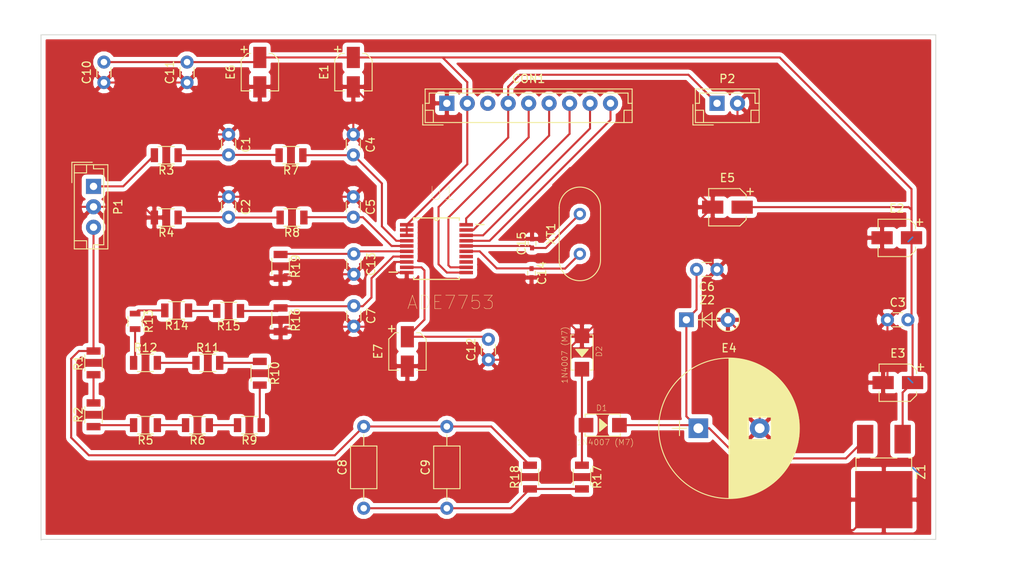
<source format=kicad_pcb>
(kicad_pcb (version 4) (host pcbnew 4.0.7-e2-6376~58~ubuntu16.04.1)
  (layers (0 F.Cu signal) (31 B.Cu signal) (34 B.Paste user) (35 F.Paste user) (36 B.SilkS user) (37 F.SilkS user) (38 B.Mask user) (39 F.Mask user) (44 Edge.Cuts user))
  (net 0 "")
  (net 1 GND)
  (net 2 "Net-(C1-Pad2)")
  (net 3 "Net-(C2-Pad2)")
  (net 4 VCC)
  (net 5 V1P)
  (net 6 V1N)
  (net 7 "Net-(C6-Pad2)")
  (net 8 V2P)
  (net 9 "Net-(C8-Pad1)")
  (net 10 LIN)
  (net 11 "Net-(C12-Pad2)")
  (net 12 "Net-(C13-Pad1)")
  (net 13 "Net-(C14-Pad1)")
  (net 14 "Net-(C15-Pad1)")
  (net 15 PWCHK)
  (net 16 CF)
  (net 17 ZERO)
  (net 18 DIN)
  (net 19 DOUT)
  (net 20 SCLK)
  (net 21 ~CS)
  (net 22 NOUT)
  (net 23 "Net-(R1-Pad1)")
  (net 24 "Net-(R2-Pad1)")
  (net 25 "Net-(R5-Pad1)")
  (net 26 "Net-(R6-Pad1)")
  (net 27 "Net-(R10-Pad2)")
  (net 28 "Net-(R10-Pad1)")
  (net 29 "Net-(R11-Pad1)")
  (net 30 "Net-(R12-Pad1)")
  (net 31 "Net-(R13-Pad1)")
  (net 32 "Net-(R14-Pad1)")
  (net 33 "Net-(U1-Pad13)")
  (net 34 "Net-(U1-Pad14)")
  (net 35 "Net-(D1-Pad+)")
  (module Capacitors_THT:C_Disc_D3.0mm_W1.6mm_P2.50mm (layer F.Cu) (at 114.3 49.53 270)
    (fp_text reference C1 (at 1.25 -2.11 270) (layer F.SilkS))
    (fp_text value 33n)
    (pad 1 thru_hole circle (at 0 0 270) (size 1.6 1.6) (drill 0.8) (layers *.Mask F.Cu) (net 1 GND))
    (pad 2 thru_hole circle (at 2.5 0 270) (size 1.6 1.6) (drill 0.8) (layers *.Mask F.Cu) (net 2 "Net-(C1-Pad2)"))
  )
  (module Capacitors_THT:C_Disc_D3.0mm_W1.6mm_P2.50mm (layer F.Cu) (at 114.3 57.15 270)
    (fp_text reference C2 (at 1.25 -2.11 270) (layer F.SilkS))
    (fp_text value 33n)
    (pad 1 thru_hole circle (at 0 0 270) (size 1.6 1.6) (drill 0.8) (layers *.Mask F.Cu) (net 1 GND))
    (pad 2 thru_hole circle (at 2.5 0 270) (size 1.6 1.6) (drill 0.8) (layers *.Mask F.Cu) (net 3 "Net-(C2-Pad2)"))
  )
  (module Capacitors_THT:C_Disc_D3.0mm_W1.6mm_P2.50mm (layer F.Cu) (at 194.818 72.1995)
    (fp_text reference C3 (at 1.25 -2.11) (layer F.SilkS))
    (fp_text value 33n)
    (pad 1 thru_hole circle (at 0 0) (size 1.6 1.6) (drill 0.8) (layers *.Mask F.Cu) (net 1 GND))
    (pad 2 thru_hole circle (at 2.5 0) (size 1.6 1.6) (drill 0.8) (layers *.Mask F.Cu) (net 4 VCC))
  )
  (module Capacitors_THT:C_Disc_D3.0mm_W1.6mm_P2.50mm (layer F.Cu) (at 129.54 49.53 270)
    (fp_text reference C4 (at 1.25 -2.11 270) (layer F.SilkS))
    (fp_text value 33n)
    (pad 1 thru_hole circle (at 0 0 270) (size 1.6 1.6) (drill 0.8) (layers *.Mask F.Cu) (net 1 GND))
    (pad 2 thru_hole circle (at 2.5 0 270) (size 1.6 1.6) (drill 0.8) (layers *.Mask F.Cu) (net 5 V1P))
  )
  (module Capacitors_THT:C_Disc_D3.0mm_W1.6mm_P2.50mm (layer F.Cu) (at 129.54 57.15 270)
    (fp_text reference C5 (at 1.25 -2.11 270) (layer F.SilkS))
    (fp_text value 33n)
    (pad 1 thru_hole circle (at 0 0 270) (size 1.6 1.6) (drill 0.8) (layers *.Mask F.Cu) (net 1 GND))
    (pad 2 thru_hole circle (at 2.5 0 270) (size 1.6 1.6) (drill 0.8) (layers *.Mask F.Cu) (net 6 V1N))
  )
  (module Capacitors_THT:C_Disc_D3.0mm_W1.6mm_P2.50mm (layer F.Cu) (at 173.99 66.04 180)
    (fp_text reference C6 (at 1.25 -2.11 180) (layer F.SilkS))
    (fp_text value 33n)
    (pad 1 thru_hole circle (at 0 0 180) (size 1.6 1.6) (drill 0.8) (layers *.Mask F.Cu) (net 1 GND))
    (pad 2 thru_hole circle (at 2.5 0 180) (size 1.6 1.6) (drill 0.8) (layers *.Mask F.Cu) (net 7 "Net-(C6-Pad2)"))
  )
  (module Capacitors_THT:C_Disc_D3.0mm_W1.6mm_P2.50mm (layer F.Cu) (at 129.6035 70.485 270)
    (fp_text reference C7 (at 1.25 -2.11 270) (layer F.SilkS))
    (fp_text value 33n)
    (pad 1 thru_hole circle (at 0 0 270) (size 1.6 1.6) (drill 0.8) (layers *.Mask F.Cu) (net 8 V2P))
    (pad 2 thru_hole circle (at 2.5 0 270) (size 1.6 1.6) (drill 0.8) (layers *.Mask F.Cu) (net 1 GND))
  )
  (module Capacitors_THT:C_Axial_L5.1mm_D3.1mm_P10.00mm_Horizontal (layer F.Cu) (at 130.81 95.25 90)
    (fp_text reference C8 (at 5 -2.61 90) (layer F.SilkS))
    (fp_text value 4.74uF)
    (pad 1 thru_hole circle (at 0 0 90) (size 1.6 1.6) (drill 0.8) (layers *.Mask F.Cu) (net 9 "Net-(C8-Pad1)"))
    (pad 2 thru_hole oval (at 10 0 90) (size 1.6 1.6) (drill 0.8) (layers *.Mask F.Cu) (net 10 LIN))
  )
  (module Capacitors_THT:C_Axial_L5.1mm_D3.1mm_P10.00mm_Horizontal (layer F.Cu) (at 140.97 95.25 90)
    (fp_text reference C9 (at 5 -2.61 90) (layer F.SilkS))
    (fp_text value 4.74uF)
    (pad 1 thru_hole circle (at 0 0 90) (size 1.6 1.6) (drill 0.8) (layers *.Mask F.Cu) (net 9 "Net-(C8-Pad1)"))
    (pad 2 thru_hole oval (at 10 0 90) (size 1.6 1.6) (drill 0.8) (layers *.Mask F.Cu) (net 10 LIN))
  )
  (module Capacitors_THT:C_Disc_D3.0mm_W1.6mm_P2.50mm (layer F.Cu) (at 99.06 43.18 90)
    (fp_text reference C10 (at 1.25 -2.11 90) (layer F.SilkS))
    (fp_text value 100n)
    (pad 1 thru_hole circle (at 0 0 90) (size 1.6 1.6) (drill 0.8) (layers *.Mask F.Cu) (net 1 GND))
    (pad 2 thru_hole circle (at 2.5 0 90) (size 1.6 1.6) (drill 0.8) (layers *.Mask F.Cu) (net 4 VCC))
  )
  (module Capacitors_THT:C_Disc_D3.0mm_W1.6mm_P2.50mm (layer F.Cu) (at 109.22 43.18 90)
    (fp_text reference C11 (at 1.25 -2.11 90) (layer F.SilkS))
    (fp_text value 100n)
    (pad 1 thru_hole circle (at 0 0 90) (size 1.6 1.6) (drill 0.8) (layers *.Mask F.Cu) (net 1 GND))
    (pad 2 thru_hole circle (at 2.5 0 90) (size 1.6 1.6) (drill 0.8) (layers *.Mask F.Cu) (net 4 VCC))
  )
  (module Capacitors_THT:C_Disc_D3.0mm_W1.6mm_P2.50mm (layer F.Cu) (at 146.05 77.089 90)
    (fp_text reference C12 (at 1.25 -2.11 90) (layer F.SilkS))
    (fp_text value 100n)
    (pad 1 thru_hole circle (at 0 0 90) (size 1.6 1.6) (drill 0.8) (layers *.Mask F.Cu) (net 1 GND))
    (pad 2 thru_hole circle (at 2.5 0 90) (size 1.6 1.6) (drill 0.8) (layers *.Mask F.Cu) (net 11 "Net-(C12-Pad2)"))
  )
  (module Capacitors_THT:C_Disc_D3.0mm_W1.6mm_P2.50mm (layer F.Cu) (at 129.6035 64.135 270)
    (fp_text reference C13 (at 1.25 -2.11 270) (layer F.SilkS))
    (fp_text value 33n)
    (pad 1 thru_hole circle (at 0 0 270) (size 1.6 1.6) (drill 0.8) (layers *.Mask F.Cu) (net 12 "Net-(C13-Pad1)"))
    (pad 2 thru_hole circle (at 2.5 0 270) (size 1.6 1.6) (drill 0.8) (layers *.Mask F.Cu) (net 1 GND))
  )
  (module Capacitors_SMD:C_0402 (layer F.Cu) (at 151.3205 66.4845 270)
    (fp_text reference C14 (at 0 -1.27 270) (layer F.SilkS))
    (fp_text value 22p)
    (pad 1 smd rect (at -0.55 0 270) (size 0.6 0.5) (layers F.Cu F.Paste F.Mask) (net 13 "Net-(C14-Pad1)"))
    (pad 2 smd rect (at 0.55 0 270) (size 0.6 0.5) (layers F.Cu F.Paste F.Mask) (net 1 GND))
  )
  (module Capacitors_SMD:C_0402 (layer F.Cu) (at 151.384 62.865 90)
    (fp_text reference C15 (at 0 -1.27 90) (layer F.SilkS))
    (fp_text value 22p)
    (pad 1 smd rect (at -0.55 0 90) (size 0.6 0.5) (layers F.Cu F.Paste F.Mask) (net 14 "Net-(C15-Pad1)"))
    (pad 2 smd rect (at 0.55 0 90) (size 0.6 0.5) (layers F.Cu F.Paste F.Mask) (net 1 GND))
  )
  (module Connectors_JST:JST_EH_B09B-EH-A_09x2.50mm_Straight (layer F.Cu) (at 140.97 45.72)
    (fp_text reference CON1 (at 10 -3) (layer F.SilkS))
    (fp_text value CONN_01X09)
    (pad 1 thru_hole rect (at 0 0) (size 1.85 1.85) (drill 0.9) (layers *.Mask F.Cu) (net 1 GND))
    (pad 2 thru_hole circle (at 2.5 0) (size 1.85 1.85) (drill 0.9) (layers *.Mask F.Cu) (net 4 VCC))
    (pad 3 thru_hole circle (at 5 0) (size 1.85 1.85) (drill 0.9) (layers *.Mask F.Cu) (net 15 PWCHK))
    (pad 4 thru_hole circle (at 7.5 0) (size 1.85 1.85) (drill 0.9) (layers *.Mask F.Cu) (net 16 CF))
    (pad 5 thru_hole circle (at 10 0) (size 1.85 1.85) (drill 0.9) (layers *.Mask F.Cu) (net 17 ZERO))
    (pad 6 thru_hole circle (at 12.5 0) (size 1.85 1.85) (drill 0.9) (layers *.Mask F.Cu) (net 18 DIN))
    (pad 7 thru_hole circle (at 15 0) (size 1.85 1.85) (drill 0.9) (layers *.Mask F.Cu) (net 19 DOUT))
    (pad 8 thru_hole circle (at 17.5 0) (size 1.85 1.85) (drill 0.9) (layers *.Mask F.Cu) (net 20 SCLK))
    (pad 9 thru_hole circle (at 20 0) (size 1.85 1.85) (drill 0.9) (layers *.Mask F.Cu) (net 21 ~CS))
  )
  (module Capacitors_SMD:CP_Elec_4x4.5 (layer F.Cu) (at 129.54 41.91 270)
    (fp_text reference E1 (at 0 3.58 450) (layer F.SilkS))
    (fp_text value "16V 10uF")
    (fp_text user + (at -2.78 1.99 450) (layer F.SilkS))
    (pad 1 smd rect (at -1.8 0 90) (size 2.6 1.6) (layers F.Cu F.Paste F.Mask) (net 4 VCC))
    (pad 2 smd rect (at 1.8 0 90) (size 2.6 1.6) (layers F.Cu F.Paste F.Mask) (net 1 GND))
  )
  (module Capacitors_SMD:CP_Elec_4x4.5 (layer F.Cu) (at 195.961 62.1665 180)
    (fp_text reference E2 (at 0 3.58 360) (layer F.SilkS))
    (fp_text value "16V 10uF")
    (fp_text user + (at -2.78 1.99 360) (layer F.SilkS))
    (pad 1 smd rect (at -1.8 0) (size 2.6 1.6) (layers F.Cu F.Paste F.Mask) (net 4 VCC))
    (pad 2 smd rect (at 1.8 0) (size 2.6 1.6) (layers F.Cu F.Paste F.Mask) (net 1 GND))
  )
  (module Capacitors_SMD:CP_Elec_4x4.5 (layer F.Cu) (at 196.088 79.883 180)
    (fp_text reference E3 (at 0 3.58 360) (layer F.SilkS))
    (fp_text value "16V 10uF")
    (fp_text user + (at -2.78 1.99 360) (layer F.SilkS))
    (pad 1 smd rect (at -1.8 0) (size 2.6 1.6) (layers F.Cu F.Paste F.Mask) (net 4 VCC))
    (pad 2 smd rect (at 1.8 0) (size 2.6 1.6) (layers F.Cu F.Paste F.Mask) (net 1 GND))
  )
  (module Capacitors_SMD:CP_Elec_4x4.5 (layer F.Cu) (at 175.26 58.42 180)
    (fp_text reference E5 (at 0 3.58 360) (layer F.SilkS))
    (fp_text value "16V 10uF")
    (fp_text user + (at -2.78 1.99 360) (layer F.SilkS))
    (pad 1 smd rect (at -1.8 0) (size 2.6 1.6) (layers F.Cu F.Paste F.Mask) (net 4 VCC))
    (pad 2 smd rect (at 1.8 0) (size 2.6 1.6) (layers F.Cu F.Paste F.Mask) (net 1 GND))
  )
  (module Capacitors_SMD:CP_Elec_4x4.5 (layer F.Cu) (at 118.11 41.91 270)
    (fp_text reference E6 (at 0 3.58 450) (layer F.SilkS))
    (fp_text value "16V 10uF")
    (fp_text user + (at -2.78 1.99 450) (layer F.SilkS))
    (pad 1 smd rect (at -1.8 0 90) (size 2.6 1.6) (layers F.Cu F.Paste F.Mask) (net 4 VCC))
    (pad 2 smd rect (at 1.8 0 90) (size 2.6 1.6) (layers F.Cu F.Paste F.Mask) (net 1 GND))
  )
  (module Capacitors_SMD:CP_Elec_4x4.5 (layer F.Cu) (at 136.144 76.073 270)
    (fp_text reference E7 (at 0 3.58 450) (layer F.SilkS))
    (fp_text value "16V 10uF")
    (fp_text user + (at -2.78 1.99 450) (layer F.SilkS))
    (pad 1 smd rect (at -1.8 0 90) (size 2.6 1.6) (layers F.Cu F.Paste F.Mask) (net 11 "Net-(C12-Pad2)"))
    (pad 2 smd rect (at 1.8 0 90) (size 2.6 1.6) (layers F.Cu F.Paste F.Mask) (net 1 GND))
  )
  (module Connectors_JST:JST_EH_B03B-EH-A_03x2.50mm_Straight (layer F.Cu) (at 97.79 55.88 270)
    (fp_text reference P1 (at 2.5 -3 270) (layer F.SilkS))
    (fp_text value CONN_01X03)
    (pad 1 thru_hole rect (at 0 0 270) (size 1.85 1.85) (drill 0.9) (layers *.Mask F.Cu) (net 22 NOUT))
    (pad 2 thru_hole circle (at 2.5 0 270) (size 1.85 1.85) (drill 0.9) (layers *.Mask F.Cu) (net 1 GND))
    (pad 3 thru_hole circle (at 5 0 270) (size 1.85 1.85) (drill 0.9) (layers *.Mask F.Cu) (net 10 LIN))
  )
  (module Connectors_JST:JST_EH_B02B-EH-A_02x2.50mm_Straight (layer F.Cu) (at 173.99 45.72)
    (fp_text reference P2 (at 1.25 -3) (layer F.SilkS))
    (fp_text value CONN_01X02)
    (pad 1 thru_hole rect (at 0 0) (size 1.85 1.85) (drill 0.9) (layers *.Mask F.Cu) (net 16 CF))
    (pad 2 thru_hole circle (at 2.5 0) (size 1.85 1.85) (drill 0.9) (layers *.Mask F.Cu) (net 1 GND))
  )
  (module Resistors_SMD:R_1206 (layer F.Cu) (at 97.79 77.47 90)
    (fp_text reference R1 (at 0 -1.85 90) (layer F.SilkS))
    (fp_text value 300K)
    (pad 1 smd rect (at -1.45 0 90) (size 0.9 1.7) (layers F.Cu F.Paste F.Mask) (net 23 "Net-(R1-Pad1)"))
    (pad 2 smd rect (at 1.45 0 90) (size 0.9 1.7) (layers F.Cu F.Paste F.Mask) (net 10 LIN))
  )
  (module Resistors_SMD:R_1206 (layer F.Cu) (at 97.79 83.82 90)
    (fp_text reference R2 (at 0 -1.85 90) (layer F.SilkS))
    (fp_text value 300K)
    (pad 1 smd rect (at -1.45 0 90) (size 0.9 1.7) (layers F.Cu F.Paste F.Mask) (net 24 "Net-(R2-Pad1)"))
    (pad 2 smd rect (at 1.45 0 90) (size 0.9 1.7) (layers F.Cu F.Paste F.Mask) (net 23 "Net-(R1-Pad1)"))
  )
  (module Resistors_SMD:R_1206 (layer F.Cu) (at 106.68 52.07 180)
    (fp_text reference R3 (at 0 -1.85 180) (layer F.SilkS))
    (fp_text value 100)
    (pad 1 smd rect (at -1.45 0 180) (size 0.9 1.7) (layers F.Cu F.Paste F.Mask) (net 2 "Net-(C1-Pad2)"))
    (pad 2 smd rect (at 1.45 0 180) (size 0.9 1.7) (layers F.Cu F.Paste F.Mask) (net 22 NOUT))
  )
  (module Resistors_SMD:R_1206 (layer F.Cu) (at 106.68 59.69 180)
    (fp_text reference R4 (at 0 -1.85 180) (layer F.SilkS))
    (fp_text value 100)
    (pad 1 smd rect (at -1.45 0 180) (size 0.9 1.7) (layers F.Cu F.Paste F.Mask) (net 3 "Net-(C2-Pad2)"))
    (pad 2 smd rect (at 1.45 0 180) (size 0.9 1.7) (layers F.Cu F.Paste F.Mask) (net 1 GND))
  )
  (module Resistors_SMD:R_1206 (layer F.Cu) (at 104.14 85.09 180)
    (fp_text reference R5 (at 0 -1.85 180) (layer F.SilkS))
    (fp_text value 100K)
    (pad 1 smd rect (at -1.45 0 180) (size 0.9 1.7) (layers F.Cu F.Paste F.Mask) (net 25 "Net-(R5-Pad1)"))
    (pad 2 smd rect (at 1.45 0 180) (size 0.9 1.7) (layers F.Cu F.Paste F.Mask) (net 24 "Net-(R2-Pad1)"))
  )
  (module Resistors_SMD:R_1206 (layer F.Cu) (at 110.49 85.09 180)
    (fp_text reference R6 (at 0 -1.85 180) (layer F.SilkS))
    (fp_text value 100K)
    (pad 1 smd rect (at -1.45 0 180) (size 0.9 1.7) (layers F.Cu F.Paste F.Mask) (net 26 "Net-(R6-Pad1)"))
    (pad 2 smd rect (at 1.45 0 180) (size 0.9 1.7) (layers F.Cu F.Paste F.Mask) (net 25 "Net-(R5-Pad1)"))
  )
  (module Resistors_SMD:R_1206 (layer F.Cu) (at 121.92 52.07 180)
    (fp_text reference R7 (at 0 -1.85 180) (layer F.SilkS))
    (fp_text value 1K)
    (pad 1 smd rect (at -1.45 0 180) (size 0.9 1.7) (layers F.Cu F.Paste F.Mask) (net 5 V1P))
    (pad 2 smd rect (at 1.45 0 180) (size 0.9 1.7) (layers F.Cu F.Paste F.Mask) (net 2 "Net-(C1-Pad2)"))
  )
  (module Resistors_SMD:R_1206 (layer F.Cu) (at 122.047 59.69 180)
    (fp_text reference R8 (at 0 -1.85 180) (layer F.SilkS))
    (fp_text value 1K)
    (pad 1 smd rect (at -1.45 0 180) (size 0.9 1.7) (layers F.Cu F.Paste F.Mask) (net 6 V1N))
    (pad 2 smd rect (at 1.45 0 180) (size 0.9 1.7) (layers F.Cu F.Paste F.Mask) (net 3 "Net-(C2-Pad2)"))
  )
  (module Resistors_SMD:R_1206 (layer F.Cu) (at 116.84 85.09 180)
    (fp_text reference R9 (at 0 -1.85 180) (layer F.SilkS))
    (fp_text value 47K)
    (pad 1 smd rect (at -1.45 0 180) (size 0.9 1.7) (layers F.Cu F.Paste F.Mask) (net 27 "Net-(R10-Pad2)"))
    (pad 2 smd rect (at 1.45 0 180) (size 0.9 1.7) (layers F.Cu F.Paste F.Mask) (net 26 "Net-(R6-Pad1)"))
  )
  (module Resistors_SMD:R_1206 (layer F.Cu) (at 118.11 78.74 270)
    (fp_text reference R10 (at 0 -1.85 270) (layer F.SilkS))
    (fp_text value 20K)
    (pad 1 smd rect (at -1.45 0 270) (size 0.9 1.7) (layers F.Cu F.Paste F.Mask) (net 28 "Net-(R10-Pad1)"))
    (pad 2 smd rect (at 1.45 0 270) (size 0.9 1.7) (layers F.Cu F.Paste F.Mask) (net 27 "Net-(R10-Pad2)"))
  )
  (module Resistors_SMD:R_1206 (layer F.Cu) (at 111.76 77.47)
    (fp_text reference R11 (at 0 -1.85) (layer F.SilkS))
    (fp_text value 18K)
    (pad 1 smd rect (at -1.45 0) (size 0.9 1.7) (layers F.Cu F.Paste F.Mask) (net 29 "Net-(R11-Pad1)"))
    (pad 2 smd rect (at 1.45 0) (size 0.9 1.7) (layers F.Cu F.Paste F.Mask) (net 28 "Net-(R10-Pad1)"))
  )
  (module Resistors_SMD:R_1206 (layer F.Cu) (at 104.14 77.47)
    (fp_text reference R12 (at 0 -1.85) (layer F.SilkS))
    (fp_text value 6K8)
    (pad 1 smd rect (at -1.45 0) (size 0.9 1.7) (layers F.Cu F.Paste F.Mask) (net 30 "Net-(R12-Pad1)"))
    (pad 2 smd rect (at 1.45 0) (size 0.9 1.7) (layers F.Cu F.Paste F.Mask) (net 29 "Net-(R11-Pad1)"))
  )
  (module Resistors_SMD:R_0805 (layer F.Cu) (at 102.87 72.39 270)
    (fp_text reference R13 (at 0 -1.65 270) (layer F.SilkS))
    (fp_text value 4K7)
    (pad 1 smd rect (at -0.95 0 270) (size 0.7 1.3) (layers F.Cu F.Paste F.Mask) (net 31 "Net-(R13-Pad1)"))
    (pad 2 smd rect (at 0.95 0 270) (size 0.7 1.3) (layers F.Cu F.Paste F.Mask) (net 30 "Net-(R12-Pad1)"))
  )
  (module Resistors_SMD:R_1206 (layer F.Cu) (at 107.95 71.0565 180)
    (fp_text reference R14 (at 0 -1.85 180) (layer F.SilkS))
    (fp_text value 2K7)
    (pad 1 smd rect (at -1.45 0 180) (size 0.9 1.7) (layers F.Cu F.Paste F.Mask) (net 32 "Net-(R14-Pad1)"))
    (pad 2 smd rect (at 1.45 0 180) (size 0.9 1.7) (layers F.Cu F.Paste F.Mask) (net 31 "Net-(R13-Pad1)"))
  )
  (module Resistors_SMD:R_1206 (layer F.Cu) (at 114.3 71.12 180)
    (fp_text reference R15 (at 0 -1.85 180) (layer F.SilkS))
    (fp_text value 820)
    (pad 1 smd rect (at -1.45 0 180) (size 0.9 1.7) (layers F.Cu F.Paste F.Mask) (net 8 V2P))
    (pad 2 smd rect (at 1.45 0 180) (size 0.9 1.7) (layers F.Cu F.Paste F.Mask) (net 32 "Net-(R14-Pad1)"))
  )
  (module Resistors_SMD:R_1206 (layer F.Cu) (at 120.65 72.1995 270)
    (fp_text reference R16 (at 0 -1.85 270) (layer F.SilkS))
    (fp_text value 1K)
    (pad 1 smd rect (at -1.45 0 270) (size 0.9 1.7) (layers F.Cu F.Paste F.Mask) (net 8 V2P))
    (pad 2 smd rect (at 1.45 0 270) (size 0.9 1.7) (layers F.Cu F.Paste F.Mask) (net 1 GND))
  )
  (module Resistors_SMD:R_1206 (layer F.Cu) (at 157.48 91.44 270)
    (fp_text reference R17 (at 0 -1.85 270) (layer F.SilkS))
    (fp_text value 100)
    (pad 1 smd rect (at -1.45 0 270) (size 0.9 1.7) (layers F.Cu F.Paste F.Mask) (net 35 "Net-(D1-Pad+)"))
    (pad 2 smd rect (at 1.45 0 270) (size 0.9 1.7) (layers F.Cu F.Paste F.Mask) (net 9 "Net-(C8-Pad1)"))
  )
  (module Resistors_SMD:R_1206 (layer F.Cu) (at 151.13 91.44 90)
    (fp_text reference R18 (at 0 -1.85 90) (layer F.SilkS))
    (fp_text value 470K)
    (pad 1 smd rect (at -1.45 0 90) (size 0.9 1.7) (layers F.Cu F.Paste F.Mask) (net 9 "Net-(C8-Pad1)"))
    (pad 2 smd rect (at 1.45 0 90) (size 0.9 1.7) (layers F.Cu F.Paste F.Mask) (net 10 LIN))
  )
  (module Resistors_SMD:R_1206 (layer F.Cu) (at 120.65 65.659 270)
    (fp_text reference R19 (at 0 -1.85 270) (layer F.SilkS))
    (fp_text value 1K)
    (pad 1 smd rect (at -1.45 0 270) (size 0.9 1.7) (layers F.Cu F.Paste F.Mask) (net 12 "Net-(C13-Pad1)"))
    (pad 2 smd rect (at 1.45 0 270) (size 0.9 1.7) (layers F.Cu F.Paste F.Mask) (net 1 GND))
  )
  (module SOP65P780X200-20N:SOP65P780X200-20N (layer F.Cu) (at 139.7 63.5)
    (fp_text reference U1 (at 0.71169 -6.76105) (layer F.SilkS) (effects (font (size 1.64113 1.64113) (thickness 0.05))))
    (fp_text value ADE7753 (at 1.75274 6.57913) (layer F.SilkS) (effects (font (size 1.64013 1.64013) (thickness 0.05))))
    (pad 1 smd rect (at -3.6322 -2.921) (size 1.651 0.4318) (layers F.Cu F.Paste F.Mask) (net 4 VCC))
    (pad 2 smd rect (at -3.6322 -2.286) (size 1.651 0.4318) (layers F.Cu F.Paste F.Mask) (net 4 VCC))
    (pad 3 smd rect (at -3.6322 -1.6256) (size 1.651 0.4318) (layers F.Cu F.Paste F.Mask) (net 4 VCC))
    (pad 4 smd rect (at -3.6322 -0.9652) (size 1.651 0.4318) (layers F.Cu F.Paste F.Mask) (net 5 V1P))
    (pad 5 smd rect (at -3.6322 -0.3302) (size 1.651 0.4318) (layers F.Cu F.Paste F.Mask) (net 6 V1N))
    (pad 6 smd rect (at -3.6322 0.3302) (size 1.651 0.4318) (layers F.Cu F.Paste F.Mask) (net 12 "Net-(C13-Pad1)"))
    (pad 7 smd rect (at -3.6322 0.9652) (size 1.651 0.4318) (layers F.Cu F.Paste F.Mask) (net 8 V2P))
    (pad 8 smd rect (at -3.6322 1.6256) (size 1.651 0.4318) (layers F.Cu F.Paste F.Mask) (net 1 GND))
    (pad 9 smd rect (at -3.6322 2.286) (size 1.651 0.4318) (layers F.Cu F.Paste F.Mask) (net 11 "Net-(C12-Pad2)"))
    (pad 10 smd rect (at -3.6322 2.921) (size 1.651 0.4318) (layers F.Cu F.Paste F.Mask) (net 1 GND))
    (pad 11 smd rect (at 3.6322 2.921) (size 1.651 0.4318) (layers F.Cu F.Paste F.Mask) (net 16 CF))
    (pad 12 smd rect (at 3.6322 2.286) (size 1.651 0.4318) (layers F.Cu F.Paste F.Mask) (net 17 ZERO))
    (pad 13 smd rect (at 3.6322 1.6256) (size 1.651 0.4318) (layers F.Cu F.Paste F.Mask) (net 33 "Net-(U1-Pad13)"))
    (pad 14 smd rect (at 3.6322 0.9652) (size 1.651 0.4318) (layers F.Cu F.Paste F.Mask) (net 34 "Net-(U1-Pad14)"))
    (pad 15 smd rect (at 3.6322 0.3302) (size 1.651 0.4318) (layers F.Cu F.Paste F.Mask) (net 13 "Net-(C14-Pad1)"))
    (pad 16 smd rect (at 3.6322 -0.3302) (size 1.651 0.4318) (layers F.Cu F.Paste F.Mask) (net 14 "Net-(C15-Pad1)"))
    (pad 17 smd rect (at 3.6322 -0.9652) (size 1.651 0.4318) (layers F.Cu F.Paste F.Mask) (net 21 ~CS))
    (pad 18 smd rect (at 3.6322 -1.6256) (size 1.651 0.4318) (layers F.Cu F.Paste F.Mask) (net 20 SCLK))
    (pad 19 smd rect (at 3.6322 -2.286) (size 1.651 0.4318) (layers F.Cu F.Paste F.Mask) (net 19 DOUT))
    (pad 20 smd rect (at 3.6322 -2.921) (size 1.651 0.4318) (layers F.Cu F.Paste F.Mask) (net 18 DIN))
  )
  (module Crystals:Crystal_HC49-4H_Vertical (layer F.Cu) (at 157.226 64.135 90)
    (fp_text reference XT1 (at 2.44 -3.525 90) (layer F.SilkS))
    (fp_text value T3.579545)
    (pad 1 thru_hole circle (at 0 0 90) (size 1.5 1.5) (drill 0.8) (layers *.Mask F.Cu) (net 13 "Net-(C14-Pad1)"))
    (pad 2 thru_hole circle (at 4.88 0 90) (size 1.5 1.5) (drill 0.8) (layers *.Mask F.Cu) (net 14 "Net-(C15-Pad1)"))
  )
  (module TO_SOT_Packages_SMD:TO-252-2_Rectifier (layer F.Cu) (at 194.3735 91.3765 270)
    (fp_text reference Z1 (at -0.575 -4.55 270) (layer F.SilkS))
    (fp_text value MC78L05_TO92)
    (pad 1 smd rect (at -4.575 -2.3 180) (size 2 3.5) (layers F.Cu F.Paste F.Mask) (net 4 VCC))
    (pad 3 smd rect (at -4.575 2.28 180) (size 2 3.5) (layers F.Cu F.Paste F.Mask) (net 7 "Net-(C6-Pad2)"))
    (pad 2 smd rect (at 2.825 0 180) (size 7 7) (layers F.Cu F.Paste F.Mask) (net 1 GND))
  )
  (module Diodes_THT:D_A-405_P5.08mm_Vertical_KathodeUp (layer F.Cu) (at 170.2435 72.1995)
    (fp_text reference Z2 (at 2.54 -2.41) (layer F.SilkS))
    (fp_text value "50 V")
    (pad 1 thru_hole rect (at 0 0) (size 1.8 1.8) (drill 0.9) (layers *.Mask F.Cu) (net 7 "Net-(C6-Pad2)"))
    (pad 2 thru_hole oval (at 5.08 0) (size 1.8 1.8) (drill 0.9) (layers *.Mask F.Cu) (net 1 GND))
  )
  (module Capacitors_THT:CP_Radial_D17.0mm_P7.50mm (layer F.Cu) (at 171.704 85.471)
    (fp_text reference E4 (at 3.75 -9.81) (layer F.SilkS))
    (fp_text value "50V 330uF")
    (pad 1 thru_hole rect (at 0 0) (size 2.4 2.4) (drill 1.2) (layers *.Mask F.Cu) (net 7 "Net-(C6-Pad2)"))
    (pad 2 thru_hole circle (at 7.5 0) (size 2.4 2.4) (drill 1.2) (layers *.Mask F.Cu) (net 1 GND))
  )
  (module DO-214AC:DO-214AC (layer F.Cu) (at 157.48 76.2 270)
    (fp_text reference D2 (at -0.12708 -2.09682 270) (layer F.SilkS) (effects (font (size 0.700443 0.700443) (thickness 0.05))))
    (fp_text value "1N4007 (M7)" (at 0.318087 2.09938 270) (layer F.SilkS) (effects (font (size 0.701294 0.701294) (thickness 0.05))))
    (pad + smd rect (at -2.042 0) (size 1.77 1.8) (layers F.Cu F.Paste F.Mask) (net 1 GND))
    (pad - smd rect (at 2.042 0) (size 1.77 1.8) (layers F.Cu F.Paste F.Mask) (net 35 "Net-(D1-Pad+)"))
  )
  (module DO-214AC:DO-214AC (layer F.Cu) (at 160.02 85.09)
    (fp_text reference D1 (at -0.12708 -2.09682) (layer F.SilkS) (effects (font (size 0.700443 0.700443) (thickness 0.05))))
    (fp_text value "1N4007 (M7)" (at 0.318087 2.09938) (layer F.SilkS) (effects (font (size 0.701294 0.701294) (thickness 0.05))))
    (pad + smd rect (at -2.042 0 90) (size 1.77 1.8) (layers F.Cu F.Paste F.Mask) (net 35 "Net-(D1-Pad+)"))
    (pad - smd rect (at 2.042 0 90) (size 1.77 1.8) (layers F.Cu F.Paste F.Mask) (net 7 "Net-(C6-Pad2)"))
  )
  (gr_line (start 200.7235 37.338) (end 91.3765 37.338) (angle 90) (layer Edge.Cuts) (width 0.1))
  (gr_line (start 200.533 99.06) (end 200.7235 99.06) (angle 90) (layer Edge.Cuts) (width 0.1))
  (gr_line (start 198.12 99.06) (end 200.533 99.06) (angle 90) (layer Edge.Cuts) (width 0.1))
  (gr_line (start 200.7235 99.06) (end 200.7235 37.338) (angle 90) (layer Edge.Cuts) (width 0.1))
  (gr_line (start 91.3765 99.1235) (end 91.44 99.1235) (angle 90) (layer Edge.Cuts) (width 0.1))
  (gr_line (start 91.3765 37.338) (end 91.3765 99.1235) (angle 90) (layer Edge.Cuts) (width 0.1))
  (gr_line (start 91.44 99.06) (end 198.12 99.06) (angle 90) (layer Edge.Cuts) (width 0.1))
  (segment (start 197.888 90.288) (end 198.913 91.313) (width 0.2) (layer B.Cu) (net 0))
  (segment (start 197.358 79.353) (end 197.888 79.883) (width 0.2) (layer B.Cu) (net 0))
  (segment (start 197.358 62.633) (end 197.888 62.103) (width 0.2) (layer B.Cu) (net 0))
  (segment (start 175.3235 72.1995) (end 175.3235 67.3735) (width 0.25) (layer F.Cu) (net 1))
  (segment (start 175.3235 67.3735) (end 173.99 66.04) (width 0.25) (layer F.Cu) (net 1))
  (segment (start 179.204 85.471) (end 179.204 76.08) (width 0.25) (layer F.Cu) (net 1))
  (segment (start 179.204 76.08) (end 175.3235 72.1995) (width 0.25) (layer F.Cu) (net 1))
  (segment (start 194.6275 72.39) (end 194.818 72.1995) (width 0.2) (layer F.Cu) (net 1))
  (segment (start 194.6275 72.39) (end 194.818 72.1995) (width 0.25) (layer F.Cu) (net 1))
  (segment (start 151.384 62.315) (end 151.384 59.7535) (width 0.25) (layer F.Cu) (net 1))
  (segment (start 168.6975 53.6575) (end 173.46 58.42) (width 0.25) (layer F.Cu) (net 1))
  (segment (start 156.0195 53.6575) (end 168.6975 53.6575) (width 0.25) (layer F.Cu) (net 1))
  (segment (start 153.9875 55.6895) (end 156.0195 53.6575) (width 0.25) (layer F.Cu) (net 1))
  (segment (start 153.9875 57.15) (end 153.9875 55.6895) (width 0.25) (layer F.Cu) (net 1))
  (segment (start 151.384 59.7535) (end 153.9875 57.15) (width 0.25) (layer F.Cu) (net 1))
  (segment (start 102.108 97.917) (end 101.6635 97.917) (width 0.25) (layer F.Cu) (net 1))
  (segment (start 102.108 97.917) (end 190.658 97.917) (width 0.25) (layer F.Cu) (net 1))
  (segment (start 194.3735 94.2015) (end 190.658 97.917) (width 0.25) (layer F.Cu) (net 1))
  (segment (start 92.583 60.6425) (end 93.6625 59.563) (width 0.25) (layer F.Cu) (net 1))
  (segment (start 92.583 88.8365) (end 92.583 60.6425) (width 0.25) (layer F.Cu) (net 1))
  (segment (start 101.6635 97.917) (end 92.583 88.8365) (width 0.25) (layer F.Cu) (net 1))
  (segment (start 114.173 67.109) (end 114.173 73.152) (width 0.25) (layer F.Cu) (net 1))
  (segment (start 114.6705 73.6495) (end 120.65 73.6495) (width 0.25) (layer F.Cu) (net 1))
  (segment (start 114.173 73.152) (end 114.6705 73.6495) (width 0.25) (layer F.Cu) (net 1))
  (segment (start 151.3205 67.0345) (end 151.3205 67.9985) (width 0.25) (layer F.Cu) (net 1))
  (segment (start 151.3205 67.9985) (end 157.48 74.158) (width 0.25) (layer F.Cu) (net 1))
  (segment (start 146.05 77.089) (end 154.549 77.089) (width 0.25) (layer F.Cu) (net 1))
  (segment (start 154.549 77.089) (end 157.48 74.158) (width 0.25) (layer F.Cu) (net 1))
  (segment (start 136.144 77.873) (end 145.266 77.873) (width 0.25) (layer F.Cu) (net 1))
  (segment (start 145.266 77.873) (end 146.05 77.089) (width 0.25) (layer F.Cu) (net 1))
  (segment (start 136.144 77.873) (end 134.3645 77.873) (width 0.25) (layer F.Cu) (net 1))
  (segment (start 134.3645 77.873) (end 129.54 73.0485) (width 0.25) (layer F.Cu) (net 1))
  (segment (start 136.0678 66.421) (end 133.5405 66.421) (width 0.25) (layer F.Cu) (net 1))
  (segment (start 133.5405 66.421) (end 133.38175 66.26225) (width 0.25) (layer F.Cu) (net 1))
  (segment (start 129.54 73.0485) (end 121.251 73.0485) (width 0.25) (layer F.Cu) (net 1))
  (segment (start 121.251 73.0485) (end 120.65 73.6495) (width 0.25) (layer F.Cu) (net 1))
  (segment (start 120.65 67.109) (end 114.173 67.109) (width 0.25) (layer F.Cu) (net 1))
  (segment (start 114.173 67.109) (end 106.519 67.109) (width 0.25) (layer F.Cu) (net 1))
  (segment (start 106.519 67.109) (end 97.79 58.38) (width 0.25) (layer F.Cu) (net 1))
  (segment (start 129.6035 66.635) (end 121.124 66.635) (width 0.25) (layer F.Cu) (net 1))
  (segment (start 121.124 66.635) (end 120.65 67.109) (width 0.25) (layer F.Cu) (net 1))
  (segment (start 129.54 57.15) (end 114.3 57.15) (width 0.25) (layer F.Cu) (net 1))
  (segment (start 118.11 43.71) (end 118.11 45.72) (width 0.25) (layer F.Cu) (net 1))
  (segment (start 118.11 45.72) (end 114.3 49.53) (width 0.25) (layer F.Cu) (net 1))
  (segment (start 109.22 43.18) (end 99.06 43.18) (width 0.25) (layer F.Cu) (net 1))
  (segment (start 118.11 43.71) (end 109.75 43.71) (width 0.25) (layer F.Cu) (net 1))
  (segment (start 109.75 43.71) (end 109.22 43.18) (width 0.25) (layer F.Cu) (net 1))
  (segment (start 129.54 43.71) (end 118.11 43.71) (width 0.25) (layer F.Cu) (net 1))
  (segment (start 129.54 49.53) (end 129.54 43.71) (width 0.25) (layer F.Cu) (net 1))
  (segment (start 140.97 45.72) (end 131.55 45.72) (width 0.25) (layer F.Cu) (net 1))
  (segment (start 131.55 45.72) (end 129.54 43.71) (width 0.25) (layer F.Cu) (net 1))
  (segment (start 114.3 49.53) (end 96.266 49.53) (width 0.25) (layer F.Cu) (net 1))
  (segment (start 93.6625 52.1335) (end 93.6625 59.563) (width 0.25) (layer F.Cu) (net 1))
  (segment (start 96.266 49.53) (end 93.6625 52.1335) (width 0.25) (layer F.Cu) (net 1))
  (segment (start 114.3 57.15) (end 105.15 57.15) (width 0.25) (layer F.Cu) (net 1))
  (segment (start 105.15 57.15) (end 103.92 58.38) (width 0.25) (layer F.Cu) (net 1))
  (segment (start 97.79 58.38) (end 103.92 58.38) (width 0.25) (layer F.Cu) (net 1))
  (segment (start 103.92 58.38) (end 105.23 59.69) (width 0.25) (layer F.Cu) (net 1))
  (segment (start 194.818 72.1995) (end 194.818 79.353) (width 0.25) (layer F.Cu) (net 1))
  (segment (start 194.818 79.353) (end 194.288 79.883) (width 0.25) (layer F.Cu) (net 1))
  (segment (start 194.161 62.1665) (end 194.161 71.5425) (width 0.25) (layer F.Cu) (net 1))
  (segment (start 194.161 71.5425) (end 194.818 72.1995) (width 0.25) (layer F.Cu) (net 1))
  (segment (start 194.3735 94.2015) (end 194.3735 79.9685) (width 0.25) (layer F.Cu) (net 1))
  (segment (start 194.3735 79.9685) (end 194.818 79.524) (width 0.25) (layer F.Cu) (net 1))
  (segment (start 194.818 62.8235) (end 194.161 62.1665) (width 0.25) (layer F.Cu) (net 1))
  (segment (start 97.79 58.38) (end 94.8455 58.38) (width 0.25) (layer F.Cu) (net 1))
  (segment (start 94.8455 58.38) (end 93.6625 59.563) (width 0.25) (layer F.Cu) (net 1))
  (segment (start 173.46 58.42) (end 173.46 54.124) (width 0.25) (layer F.Cu) (net 1))
  (segment (start 176.49 51.094) (end 176.49 45.72) (width 0.25) (layer F.Cu) (net 1))
  (segment (start 173.46 54.124) (end 176.49 51.094) (width 0.25) (layer F.Cu) (net 1))
  (segment (start 173.46 58.42) (end 173.46 65.51) (width 0.25) (layer F.Cu) (net 1))
  (segment (start 173.46 65.51) (end 173.99 66.04) (width 0.25) (layer F.Cu) (net 1))
  (segment (start 157.48 74.158) (end 157.722 74.158) (width 0.25) (layer F.Cu) (net 1))
  (segment (start 157.722 74.158) (end 173.46 58.42) (width 0.25) (layer F.Cu) (net 1))
  (segment (start 156.962 74.676) (end 157.48 74.158) (width 0.25) (layer F.Cu) (net 1))
  (segment (start 129.54 73.0485) (end 131.358 73.0485) (width 0.25) (layer F.Cu) (net 1))
  (segment (start 131.358 73.0485) (end 132.3975 72.009) (width 0.25) (layer F.Cu) (net 1))
  (segment (start 132.3975 72.009) (end 132.3975 67.2465) (width 0.25) (layer F.Cu) (net 1))
  (segment (start 132.3975 67.2465) (end 133.38175 66.26225) (width 0.25) (layer F.Cu) (net 1))
  (segment (start 133.38175 66.26225) (end 134.5184 65.1256) (width 0.25) (layer F.Cu) (net 1))
  (segment (start 134.5184 65.1256) (end 136.0678 65.1256) (width 0.25) (layer F.Cu) (net 1))
  (segment (start 120.83 67.31) (end 120.65 67.49) (width 0.25) (layer F.Cu) (net 1))
  (segment (start 193.802 62.103) (end 194.288 62.103) (width 0.25) (layer F.Cu) (net 1))
  (segment (start 194.858 62.673) (end 194.288 62.103) (width 0.25) (layer F.Cu) (net 1))
  (segment (start 121.211 73.66) (end 120.777 74.094) (width 0.25) (layer F.Cu) (net 1))
  (segment (start 114.3 52.03) (end 120.43 52.03) (width 0.25) (layer F.Cu) (net 2))
  (segment (start 120.43 52.03) (end 120.47 52.07) (width 0.25) (layer F.Cu) (net 2))
  (segment (start 108.13 52.07) (end 114.26 52.07) (width 0.25) (layer F.Cu) (net 2))
  (segment (start 114.26 52.07) (end 114.3 52.03) (width 0.25) (layer F.Cu) (net 2))
  (segment (start 108.17 52.03) (end 108.13 52.07) (width 0.25) (layer F.Cu) (net 2))
  (segment (start 114.34 52.07) (end 114.3 52.03) (width 0.25) (layer F.Cu) (net 2))
  (segment (start 114.3 59.65) (end 108.17 59.65) (width 0.25) (layer F.Cu) (net 3))
  (segment (start 108.17 59.65) (end 108.13 59.69) (width 0.25) (layer F.Cu) (net 3))
  (segment (start 120.597 59.69) (end 114.34 59.69) (width 0.25) (layer F.Cu) (net 3))
  (segment (start 114.34 59.69) (end 114.3 59.65) (width 0.25) (layer F.Cu) (net 3))
  (segment (start 108.17 59.65) (end 108.13 59.69) (width 0.25) (layer F.Cu) (net 3))
  (segment (start 114.34 59.69) (end 114.3 59.65) (width 0.25) (layer F.Cu) (net 3))
  (segment (start 197.888 79.883) (end 197.888 72.7695) (width 0.25) (layer F.Cu) (net 4))
  (segment (start 197.888 72.7695) (end 197.318 72.1995) (width 0.25) (layer F.Cu) (net 4))
  (segment (start 196.6735 86.8015) (end 196.6735 81.0975) (width 0.25) (layer F.Cu) (net 4))
  (segment (start 196.6735 81.0975) (end 197.888 79.883) (width 0.25) (layer F.Cu) (net 4))
  (segment (start 118.11 40.11) (end 129.54 40.11) (width 0.25) (layer F.Cu) (net 4))
  (segment (start 109.22 40.68) (end 117.54 40.68) (width 0.25) (layer F.Cu) (net 4))
  (segment (start 117.54 40.68) (end 118.11 40.11) (width 0.25) (layer F.Cu) (net 4))
  (segment (start 99.06 40.68) (end 109.22 40.68) (width 0.25) (layer F.Cu) (net 4))
  (segment (start 197.761 62.1665) (end 197.761 56.2195) (width 0.25) (layer F.Cu) (net 4))
  (segment (start 181.6515 40.11) (end 140.44 40.11) (width 0.25) (layer F.Cu) (net 4))
  (segment (start 197.761 56.2195) (end 181.6515 40.11) (width 0.25) (layer F.Cu) (net 4))
  (segment (start 143.47 45.72) (end 143.47 43.14) (width 0.25) (layer F.Cu) (net 4))
  (segment (start 143.47 43.14) (end 140.44 40.11) (width 0.25) (layer F.Cu) (net 4))
  (segment (start 140.44 40.11) (end 129.54 40.11) (width 0.25) (layer F.Cu) (net 4))
  (segment (start 136.0678 61.8744) (end 136.0678 61.214) (width 0.25) (layer F.Cu) (net 4))
  (segment (start 136.0678 61.214) (end 136.0678 60.579) (width 0.25) (layer F.Cu) (net 4))
  (segment (start 136.0678 60.579) (end 143.47 53.1768) (width 0.25) (layer F.Cu) (net 4))
  (segment (start 143.47 53.1768) (end 143.47 45.72) (width 0.25) (layer F.Cu) (net 4))
  (segment (start 197.761 62.1665) (end 197.761 71.7565) (width 0.25) (layer F.Cu) (net 4))
  (segment (start 197.761 71.7565) (end 197.888 71.8835) (width 0.25) (layer F.Cu) (net 4))
  (segment (start 177.06 58.42) (end 197.4215 58.42) (width 0.25) (layer F.Cu) (net 4))
  (segment (start 197.761 58.7595) (end 197.761 62.1665) (width 0.25) (layer F.Cu) (net 4))
  (segment (start 197.4215 58.42) (end 197.761 58.7595) (width 0.25) (layer F.Cu) (net 4))
  (segment (start 136.0678 62.5348) (end 134.7978 62.5348) (width 0.25) (layer F.Cu) (net 5))
  (segment (start 133.0325 55.5225) (end 129.54 52.03) (width 0.25) (layer F.Cu) (net 5))
  (segment (start 133.0325 60.7695) (end 133.0325 55.5225) (width 0.25) (layer F.Cu) (net 5))
  (segment (start 134.7978 62.5348) (end 133.0325 60.7695) (width 0.25) (layer F.Cu) (net 5))
  (segment (start 123.37 52.07) (end 129.5 52.07) (width 0.25) (layer F.Cu) (net 5))
  (segment (start 129.5 52.07) (end 129.54 52.03) (width 0.25) (layer F.Cu) (net 5))
  (segment (start 123.41 52.03) (end 123.37 52.07) (width 0.25) (layer F.Cu) (net 5))
  (segment (start 129.54 59.65) (end 123.537 59.65) (width 0.25) (layer F.Cu) (net 6))
  (segment (start 123.537 59.65) (end 123.497 59.69) (width 0.25) (layer F.Cu) (net 6))
  (segment (start 136.0678 63.1698) (end 134.2263 63.1698) (width 0.25) (layer F.Cu) (net 6))
  (segment (start 130.7065 59.65) (end 129.54 59.65) (width 0.25) (layer F.Cu) (net 6))
  (segment (start 134.2263 63.1698) (end 130.7065 59.65) (width 0.25) (layer F.Cu) (net 6))
  (segment (start 129.6524 59.65) (end 129.54 59.65) (width 0.25) (layer F.Cu) (net 6))
  (segment (start 123.537 59.65) (end 123.497 59.69) (width 0.2) (layer F.Cu) (net 6))
  (segment (start 170.2435 72.1995) (end 170.2435 84.0105) (width 0.25) (layer F.Cu) (net 7))
  (segment (start 170.2435 84.0105) (end 171.704 85.471) (width 0.25) (layer F.Cu) (net 7))
  (segment (start 171.49 66.04) (end 171.49 70.953) (width 0.25) (layer F.Cu) (net 7))
  (segment (start 171.49 70.953) (end 170.2435 72.1995) (width 0.25) (layer F.Cu) (net 7))
  (segment (start 171.704 85.471) (end 173.0375 85.471) (width 0.25) (layer F.Cu) (net 7))
  (segment (start 173.0375 85.471) (end 176.7205 89.154) (width 0.25) (layer F.Cu) (net 7))
  (segment (start 176.7205 89.154) (end 189.741 89.154) (width 0.25) (layer F.Cu) (net 7))
  (segment (start 189.741 89.154) (end 192.0935 86.8015) (width 0.25) (layer F.Cu) (net 7))
  (segment (start 162.062 85.09) (end 171.323 85.09) (width 0.25) (layer F.Cu) (net 7))
  (segment (start 171.323 85.09) (end 171.704 85.471) (width 0.25) (layer F.Cu) (net 7))
  (segment (start 171.323 85.09) (end 171.704 85.471) (width 0.25) (layer F.Cu) (net 7))
  (segment (start 129.54 70.5485) (end 120.851 70.5485) (width 0.25) (layer F.Cu) (net 8))
  (segment (start 120.851 70.5485) (end 120.2795 71.12) (width 0.25) (layer F.Cu) (net 8))
  (segment (start 120.2795 71.12) (end 115.75 71.12) (width 0.25) (layer F.Cu) (net 8))
  (segment (start 129.54 70.5485) (end 130.683 70.5485) (width 0.25) (layer F.Cu) (net 8))
  (segment (start 134.4168 64.4652) (end 136.0678 64.4652) (width 0.25) (layer F.Cu) (net 8))
  (segment (start 131.7625 67.1195) (end 134.4168 64.4652) (width 0.25) (layer F.Cu) (net 8))
  (segment (start 131.7625 69.469) (end 131.7625 67.1195) (width 0.25) (layer F.Cu) (net 8))
  (segment (start 130.683 70.5485) (end 131.7625 69.469) (width 0.25) (layer F.Cu) (net 8))
  (segment (start 151.13 92.89) (end 157.48 92.89) (width 0.25) (layer F.Cu) (net 9))
  (segment (start 140.97 95.25) (end 148.77 95.25) (width 0.25) (layer F.Cu) (net 9))
  (segment (start 148.77 95.25) (end 151.13 92.89) (width 0.25) (layer F.Cu) (net 9))
  (segment (start 130.81 95.25) (end 140.97 95.25) (width 0.25) (layer F.Cu) (net 9))
  (segment (start 140.97 85.25) (end 146.39 85.25) (width 0.25) (layer F.Cu) (net 10))
  (segment (start 146.39 85.25) (end 151.13 89.99) (width 0.25) (layer F.Cu) (net 10))
  (segment (start 130.81 85.25) (end 140.97 85.25) (width 0.25) (layer F.Cu) (net 10))
  (segment (start 97.79 76.02) (end 96.0015 76.02) (width 0.25) (layer F.Cu) (net 10))
  (segment (start 127.287 88.773) (end 130.81 85.25) (width 0.25) (layer F.Cu) (net 10))
  (segment (start 97.2185 88.773) (end 127.287 88.773) (width 0.25) (layer F.Cu) (net 10))
  (segment (start 95.0595 86.614) (end 97.2185 88.773) (width 0.25) (layer F.Cu) (net 10))
  (segment (start 95.0595 76.962) (end 95.0595 86.614) (width 0.25) (layer F.Cu) (net 10))
  (segment (start 96.0015 76.02) (end 95.0595 76.962) (width 0.25) (layer F.Cu) (net 10))
  (segment (start 97.79 60.88) (end 97.79 76.02) (width 0.25) (layer F.Cu) (net 10))
  (segment (start 136.144 74.273) (end 145.734 74.273) (width 0.25) (layer F.Cu) (net 11))
  (segment (start 145.734 74.273) (end 146.05 74.589) (width 0.25) (layer F.Cu) (net 11))
  (segment (start 136.0678 65.786) (end 137.8585 65.786) (width 0.25) (layer F.Cu) (net 11))
  (segment (start 138.2395 72.1775) (end 136.144 74.273) (width 0.25) (layer F.Cu) (net 11))
  (segment (start 138.2395 66.167) (end 138.2395 72.1775) (width 0.25) (layer F.Cu) (net 11))
  (segment (start 137.8585 65.786) (end 138.2395 66.167) (width 0.25) (layer F.Cu) (net 11))
  (segment (start 145.734 74.654) (end 146.05 74.97) (width 0.25) (layer F.Cu) (net 11))
  (segment (start 136.0678 74.1968) (end 136.547 74.676) (width 0.25) (layer F.Cu) (net 11))
  (segment (start 129.6035 64.135) (end 120.724 64.135) (width 0.25) (layer F.Cu) (net 12))
  (segment (start 120.724 64.135) (end 120.65 64.209) (width 0.25) (layer F.Cu) (net 12))
  (segment (start 136.0678 63.8302) (end 129.9083 63.8302) (width 0.25) (layer F.Cu) (net 12))
  (segment (start 129.9083 63.8302) (end 129.6035 64.135) (width 0.25) (layer F.Cu) (net 12))
  (segment (start 151.3205 65.9345) (end 155.4265 65.9345) (width 0.25) (layer F.Cu) (net 13))
  (segment (start 155.4265 65.9345) (end 157.226 64.135) (width 0.25) (layer F.Cu) (net 13))
  (segment (start 143.3322 63.8302) (end 144.9832 63.8302) (width 0.25) (layer F.Cu) (net 13))
  (segment (start 147.066 65.913) (end 151.299 65.913) (width 0.25) (layer F.Cu) (net 13))
  (segment (start 144.9832 63.8302) (end 147.066 65.913) (width 0.25) (layer F.Cu) (net 13))
  (segment (start 151.299 65.913) (end 151.3205 65.9345) (width 0.25) (layer F.Cu) (net 13))
  (segment (start 151.384 63.415) (end 153.066 63.415) (width 0.25) (layer F.Cu) (net 14))
  (segment (start 153.066 63.415) (end 157.226 59.255) (width 0.25) (layer F.Cu) (net 14))
  (segment (start 143.3322 63.1698) (end 151.1388 63.1698) (width 0.25) (layer F.Cu) (net 14))
  (segment (start 151.1388 63.1698) (end 151.384 63.415) (width 0.25) (layer F.Cu) (net 14))
  (segment (start 148.47 45.72) (end 148.47 43.681) (width 0.25) (layer F.Cu) (net 16))
  (segment (start 170.4975 42.2275) (end 173.99 45.72) (width 0.25) (layer F.Cu) (net 16))
  (segment (start 149.9235 42.2275) (end 170.4975 42.2275) (width 0.25) (layer F.Cu) (net 16))
  (segment (start 148.47 43.681) (end 149.9235 42.2275) (width 0.25) (layer F.Cu) (net 16))
  (segment (start 143.3322 66.421) (end 140.97 66.421) (width 0.25) (layer F.Cu) (net 16))
  (segment (start 148.47 49.904) (end 148.47 45.72) (width 0.25) (layer F.Cu) (net 16))
  (segment (start 139.954 58.42) (end 148.47 49.904) (width 0.25) (layer F.Cu) (net 16))
  (segment (start 139.954 65.405) (end 139.954 58.42) (width 0.25) (layer F.Cu) (net 16))
  (segment (start 140.97 66.421) (end 139.954 65.405) (width 0.25) (layer F.Cu) (net 16))
  (segment (start 143.3322 65.786) (end 141.4145 65.786) (width 0.25) (layer F.Cu) (net 17))
  (segment (start 150.97 49.8805) (end 150.97 45.72) (width 0.25) (layer F.Cu) (net 17))
  (segment (start 141.1605 59.69) (end 150.97 49.8805) (width 0.25) (layer F.Cu) (net 17))
  (segment (start 141.1605 65.532) (end 141.1605 59.69) (width 0.25) (layer F.Cu) (net 17))
  (segment (start 141.4145 65.786) (end 141.1605 65.532) (width 0.25) (layer F.Cu) (net 17))
  (segment (start 153.47 45.72) (end 153.47 49.6665) (width 0.25) (layer F.Cu) (net 18))
  (segment (start 143.3322 59.8043) (end 143.3322 60.579) (width 0.25) (layer F.Cu) (net 18))
  (segment (start 153.47 49.6665) (end 143.3322 59.8043) (width 0.25) (layer F.Cu) (net 18))
  (segment (start 155.97 45.72) (end 155.97 49.4525) (width 0.25) (layer F.Cu) (net 19))
  (segment (start 144.2085 61.214) (end 155.7655 49.657) (width 0.25) (layer F.Cu) (net 19))
  (segment (start 144.2085 61.214) (end 143.3322 61.214) (width 0.25) (layer F.Cu) (net 19))
  (segment (start 155.97 49.4525) (end 155.7655 49.657) (width 0.25) (layer F.Cu) (net 19))
  (segment (start 143.3322 61.8744) (end 145.3896 61.8744) (width 0.25) (layer F.Cu) (net 20))
  (segment (start 158.47 48.794) (end 158.47 45.72) (width 0.25) (layer F.Cu) (net 20))
  (segment (start 145.3896 61.8744) (end 158.47 48.794) (width 0.25) (layer F.Cu) (net 20))
  (segment (start 143.3322 62.5348) (end 146.1897 62.5348) (width 0.25) (layer F.Cu) (net 21))
  (segment (start 160.97 47.7545) (end 160.97 45.72) (width 0.25) (layer F.Cu) (net 21))
  (segment (start 146.1897 62.5348) (end 160.97 47.7545) (width 0.25) (layer F.Cu) (net 21))
  (segment (start 97.79 55.88) (end 101.42 55.88) (width 0.25) (layer F.Cu) (net 22))
  (segment (start 101.42 55.88) (end 105.23 52.07) (width 0.25) (layer F.Cu) (net 22))
  (segment (start 97.79 82.37) (end 97.79 78.92) (width 0.25) (layer F.Cu) (net 23))
  (segment (start 102.69 85.09) (end 97.97 85.09) (width 0.25) (layer F.Cu) (net 24))
  (segment (start 97.97 85.09) (end 97.79 85.27) (width 0.25) (layer F.Cu) (net 24))
  (segment (start 97.97 85.09) (end 97.79 85.27) (width 0.25) (layer F.Cu) (net 24))
  (segment (start 109.04 85.09) (end 105.59 85.09) (width 0.25) (layer F.Cu) (net 25))
  (segment (start 115.39 85.09) (end 111.94 85.09) (width 0.25) (layer F.Cu) (net 26))
  (segment (start 118.11 80.19) (end 118.11 84.91) (width 0.25) (layer F.Cu) (net 27))
  (segment (start 118.11 84.91) (end 118.29 85.09) (width 0.25) (layer F.Cu) (net 27))
  (segment (start 118.11 84.91) (end 118.29 85.09) (width 0.25) (layer F.Cu) (net 27))
  (segment (start 113.21 77.47) (end 117.93 77.47) (width 0.25) (layer F.Cu) (net 28))
  (segment (start 117.93 77.47) (end 118.11 77.29) (width 0.25) (layer F.Cu) (net 28))
  (segment (start 117.93 77.47) (end 118.11 77.29) (width 0.25) (layer F.Cu) (net 28))
  (segment (start 105.59 77.47) (end 110.31 77.47) (width 0.25) (layer F.Cu) (net 29))
  (segment (start 102.87 73.34) (end 102.87 77.29) (width 0.25) (layer F.Cu) (net 30))
  (segment (start 102.87 77.29) (end 102.69 77.47) (width 0.25) (layer F.Cu) (net 30))
  (segment (start 102.87 77.29) (end 102.69 77.47) (width 0.25) (layer F.Cu) (net 30))
  (segment (start 106.5 71.0565) (end 103.2535 71.0565) (width 0.25) (layer F.Cu) (net 31))
  (segment (start 103.2535 71.0565) (end 102.87 71.44) (width 0.25) (layer F.Cu) (net 31))
  (segment (start 103.19 71.12) (end 102.87 71.44) (width 0.25) (layer F.Cu) (net 31))
  (segment (start 112.85 71.12) (end 109.4635 71.12) (width 0.25) (layer F.Cu) (net 32))
  (segment (start 109.4635 71.12) (end 109.4 71.0565) (width 0.25) (layer F.Cu) (net 32))
  (segment (start 157.48 78.242) (end 157.48 84.592) (width 0.25) (layer F.Cu) (net 35))
  (segment (start 157.48 84.592) (end 157.978 85.09) (width 0.25) (layer F.Cu) (net 35))
  (segment (start 157.48 89.99) (end 157.48 85.588) (width 0.25) (layer F.Cu) (net 35))
  (segment (start 157.48 85.588) (end 157.978 85.09) (width 0.25) (layer F.Cu) (net 35))
  (segment (start 157.81 78.74) (end 157.48 78.41) (width 0.25) (layer F.Cu) (net 35))
  (segment (start 157.48 85.42) (end 157.81 85.09) (width 0.25) (layer F.Cu) (net 35))
  (zone (net 1) (net_name GND) (layer F.Cu) (connect_pads (clearance 0.508)) (min_thickness 0.254) (fill yes (arc_segments 16) (thermal_gap 0.508) (thermal_bridge_width 0.508))
    (polygon (pts (xy 204.343 101.346) (xy 204.597 33.0835) (xy 89.535 35.814) (xy 89.027 101.473) (xy 204.343 101.0285)))
  )
)
</source>
